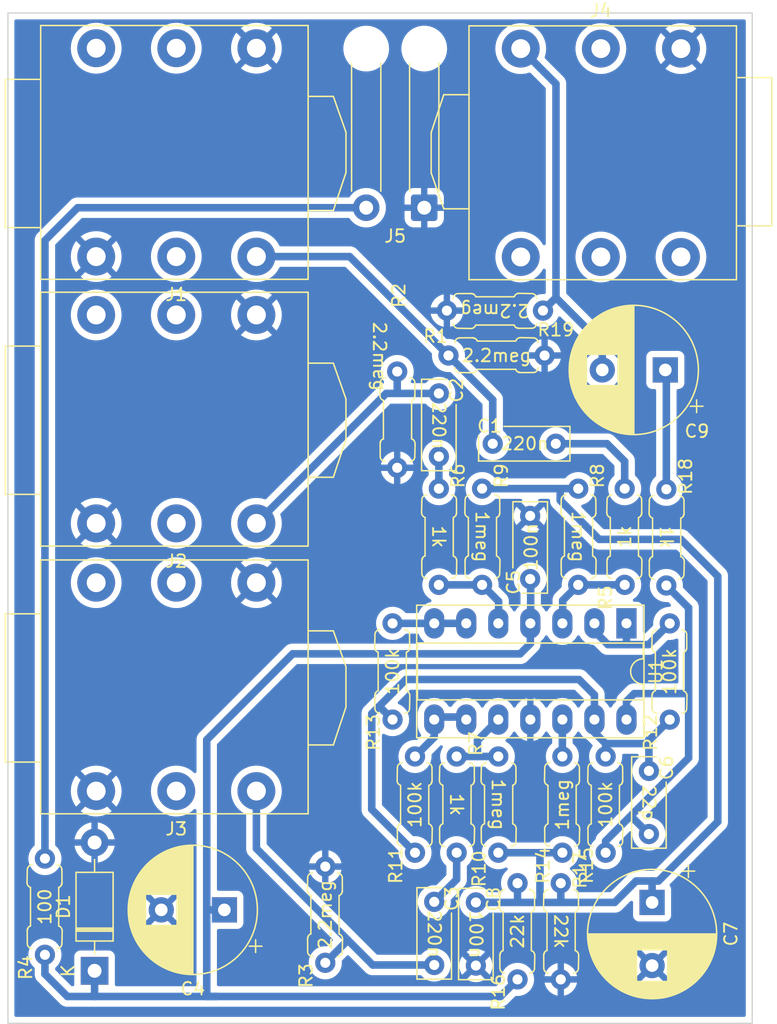
<source format=kicad_pcb>
(kicad_pcb (version 20211014) (generator pcbnew)
  (layers (0 "F.Cu" signal) (31 "B.Cu" signal) (34 "B.Paste" user) (35 "F.Paste" user) (36 "B.SilkS" user "B.Silkscreen") (37 "F.SilkS" user "F.Silkscreen") (38 "B.Mask" user) (39 "F.Mask" user) (44 "Edge.Cuts" user))
  (net 0 "")
  (net 1 "Net-(C1-Pad1)")
  (net 2 "Net-(C1-Pad2)")
  (net 3 "Net-(C2-Pad1)")
  (net 4 "Net-(C2-Pad2)")
  (net 5 "Net-(C3-Pad1)")
  (net 6 "Net-(C3-Pad2)")
  (net 7 "9V")
  (net 8 "GND")
  (net 9 "Net-(R11-Pad2)")
  (net 10 "Net-(R12-Pad2)")
  (net 11 "Net-(C6-Pad1)")
  (net 12 "Net-(C6-Pad2)")
  (net 13 "Net-(R13-Pad2)")
  (net 14 "Net-(R14-Pad2)")
  (net 15 "Net-(C9-Pad1)")
  (net 16 "Net-(C9-Pad2)")
  (net 17 "Net-(R4-Pad2)")
  (net 18 "+4.5V")
  (net 19 "Net-(R5-Pad1)")
  (net 20 "Net-(R6-Pad2)")
  (net 21 "Net-(R10-Pad1)")
  (footprint "PartsStash:R_Axial_DIN0207_L6.3mm_D2.5mm_P7.62mm_Horizontal" (layer "F.Cu") (at 105.156 156.21 90)
    (fp_text reference "R3" (at -1.016 -1.524 90) (layer "F.SilkS"))
    (fp_text value "2.2meg")
    (fp_text user "${VALUE}" (at 3.81 0 90 unlocked) (layer "F.SilkS"))
    (pad "1" thru_hole circle (at 0 0 90) (size 1.6 1.6) (drill 0.8) (layers *.Cu *.Mask) (net 6 "Net-(C3-Pad2)"))
    (pad "2" thru_hole oval (at 7.62 0 90) (size 1.6 1.6) (drill 0.8) (layers *.Cu *.Mask) (net 8 "GND"))
  )
  (footprint "PartsStash:R_Axial_DIN0207_L6.3mm_D2.5mm_P7.62mm_Horizontal" (layer "F.Cu") (at 110.857 109.392323 -90)
    (fp_text reference "R2" (at -6.0198 -0.127 90) (layer "F.SilkS"))
    (fp_text value "2.2meg")
    (fp_text user "${VALUE}" (at -1.1938 1.397 -90 unlocked) (layer "F.SilkS"))
    (pad "1" thru_hole circle (at 0 0 270) (size 1.6 1.6) (drill 0.8) (layers *.Cu *.Mask) (net 3 "Net-(C2-Pad1)"))
    (pad "2" thru_hole oval (at 7.62 0 270) (size 1.6 1.6) (drill 0.8) (layers *.Cu *.Mask) (net 8 "GND"))
  )
  (footprint "Diode_THT:D_DO-41_SOD81_P10.16mm_Horizontal" (layer "F.Cu") (at 86.868 156.845 90)
    (fp_text reference "D1" (at 5.08 -2.47 90) (layer "F.SilkS"))
    (fp_text value "1N4007")
    (fp_text user "K" (at 0 -2.1 90) (layer "F.SilkS"))
    (pad "1" thru_hole rect locked (at 0 0 90) (size 2.2 2.2) (drill 1.1) (layers *.Cu *.Mask) (net 7 "9V"))
    (pad "2" thru_hole oval locked (at 10.16 0 90) (size 2.2 2.2) (drill 1.1) (layers *.Cu *.Mask) (net 8 "GND"))
  )
  (footprint "PartsStash:R_Axial_DIN0207_L6.3mm_D2.5mm_P7.62mm_Horizontal" (layer "F.Cu") (at 132.193 118.714123 -90)
    (fp_text reference "R18" (at -1.016 -1.524 90) (layer "F.SilkS"))
    (fp_text value "1k")
    (fp_text user "${VALUE}" (at 3.81 0 -90 unlocked) (layer "F.SilkS"))
    (pad "1" thru_hole circle (at 0 0 270) (size 1.6 1.6) (drill 0.8) (layers *.Cu *.Mask) (net 15 "Net-(C9-Pad1)"))
    (pad "2" thru_hole oval (at 7.62 0 270) (size 1.6 1.6) (drill 0.8) (layers *.Cu *.Mask) (net 12 "Net-(C6-Pad2)"))
  )
  (footprint "PartsStash:R_Axial_DIN0207_L6.3mm_D2.5mm_P7.62mm_Horizontal" (layer "F.Cu") (at 115.57 139.872323 -90)
    (fp_text reference "R7" (at -1.016 -1.524 90) (layer "F.SilkS"))
    (fp_text value "1k")
    (fp_text user "${VALUE}" (at 3.81 0 -90 unlocked) (layer "F.SilkS"))
    (pad "1" thru_hole circle (at 0 0 270) (size 1.6 1.6) (drill 0.8) (layers *.Cu *.Mask) (net 21 "Net-(R10-Pad1)"))
    (pad "2" thru_hole oval (at 7.62 0 270) (size 1.6 1.6) (drill 0.8) (layers *.Cu *.Mask) (net 5 "Net-(C3-Pad1)"))
  )
  (footprint "PartsStash:R_Axial_DIN0207_L6.3mm_D2.5mm_P7.62mm_Horizontal" (layer "F.Cu") (at 120.396 157.525323 90)
    (fp_text reference "R16" (at -1.016 -1.524 90) (layer "F.SilkS"))
    (fp_text value "22k")
    (fp_text user "${VALUE}" (at 3.81 0 90 unlocked) (layer "F.SilkS"))
    (pad "1" thru_hole circle (at 0 0 90) (size 1.6 1.6) (drill 0.8) (layers *.Cu *.Mask) (net 7 "9V"))
    (pad "2" thru_hole oval (at 7.62 0 90) (size 1.6 1.6) (drill 0.8) (layers *.Cu *.Mask) (net 18 "+4.5V"))
  )
  (footprint "PartsStash:R_Axial_DIN0207_L6.3mm_D2.5mm_P7.62mm_Horizontal" (layer "F.Cu") (at 123.825 149.905323 -90)
    (fp_text reference "R17" (at -1.016 -1.524 90) (layer "F.SilkS"))
    (fp_text value "22k")
    (fp_text user "${VALUE}" (at 3.81 0 -90 unlocked) (layer "F.SilkS"))
    (pad "1" thru_hole circle (at 0 0 270) (size 1.6 1.6) (drill 0.8) (layers *.Cu *.Mask) (net 18 "+4.5V"))
    (pad "2" thru_hole oval (at 7.62 0 270) (size 1.6 1.6) (drill 0.8) (layers *.Cu *.Mask) (net 8 "GND"))
  )
  (footprint "PartsStash:C_Rect_L7.0mm_W2.5mm_P5.00mm" (layer "F.Cu") (at 117.094 151.429323 -90)
    (fp_text reference "C8" (at -0.254 -1.397 90) (layer "F.SilkS"))
    (fp_text value "100n")
    (fp_text user "${VALUE}" (at 2.54 0 -90 unlocked) (layer "F.SilkS"))
    (pad "1" thru_hole circle (at 0 0 270) (size 1.6 1.6) (drill 0.8) (layers *.Cu *.Mask) (net 18 "+4.5V"))
    (pad "2" thru_hole circle (at 5 0 270) (size 1.6 1.6) (drill 0.8) (layers *.Cu *.Mask) (net 8 "GND"))
  )
  (footprint "PartsStash:R_Axial_DIN0207_L6.3mm_D2.5mm_P7.62mm_Horizontal" (layer "F.Cu") (at 132.461 136.9568 90)
    (fp_text reference "R12" (at -1.016 -1.524 90) (layer "F.SilkS"))
    (fp_text value "100k")
    (fp_text user "${VALUE}" (at 3.81 0 90 unlocked) (layer "F.SilkS"))
    (pad "1" thru_hole circle (at 0 0 90) (size 1.6 1.6) (drill 0.8) (layers *.Cu *.Mask) (net 11 "Net-(C6-Pad1)"))
    (pad "2" thru_hole oval (at 7.62 0 90) (size 1.6 1.6) (drill 0.8) (layers *.Cu *.Mask) (net 10 "Net-(R12-Pad2)"))
  )
  (footprint "PartsStash:Jack_6.35mm_Rean_NYS215_Horizontal" (layer "F.Cu") (at 99.695 121.412 180)
    (fp_text reference "J2" (at 6.35 -3) (layer "F.SilkS"))
    (fp_text value "AudioJack3_Switch")
    (pad "R" thru_hole circle (at 6.35 0 180) (size 3 3) (drill 1.5) (layers *.Cu *.Mask))
    (pad "RN" thru_hole circle (at 6.35 16.5 180) (size 3 3) (drill 1.5) (layers *.Cu *.Mask))
    (pad "S" thru_hole circle (at 12.7 0 180) (size 3 3) (drill 1.5) (layers *.Cu *.Mask) (net 8 "GND"))
    (pad "SN" thru_hole circle (at 12.7 16.5 180) (size 3 3) (drill 1.5) (layers *.Cu *.Mask))
    (pad "T" thru_hole circle (at 0 0 180) (size 3 3) (drill 1.5) (layers *.Cu *.Mask) (net 3 "Net-(C2-Pad1)"))
    (pad "TN" thru_hole circle (at 0 16.5 180) (size 3 3) (drill 1.5) (layers *.Cu *.Mask) (net 8 "GND"))
  )
  (footprint "PartsStash:R_Axial_DIN0207_L6.3mm_D2.5mm_P7.62mm_Horizontal" (layer "F.Cu") (at 114.921 108.122323)
    (fp_text reference "R1" (at -1.016 -1.524) (layer "F.SilkS"))
    (fp_text value "2.2meg")
    (fp_text user "${VALUE}" (at 3.81 0 unlocked) (layer "F.SilkS"))
    (pad "1" thru_hole circle (at 0 0 90) (size 1.6 1.6) (drill 0.8) (layers *.Cu *.Mask) (net 1 "Net-(C1-Pad1)"))
    (pad "2" thru_hole oval (at 7.62 0) (size 1.6 1.6) (drill 0.8) (layers *.Cu *.Mask) (net 8 "GND"))
  )
  (footprint "PartsStash:R_Axial_DIN0207_L6.3mm_D2.5mm_P7.62mm_Horizontal" (layer "F.Cu") (at 127.381 147.492323 90)
    (fp_text reference "R15" (at -1.016 -1.524 90) (layer "F.SilkS"))
    (fp_text value "100k")
    (fp_text user "${VALUE}" (at 3.81 0 90 unlocked) (layer "F.SilkS"))
    (pad "1" thru_hole circle (at 0 0 90) (size 1.6 1.6) (drill 0.8) (layers *.Cu *.Mask) (net 12 "Net-(C6-Pad2)"))
    (pad "2" thru_hole oval (at 7.62 0 90) (size 1.6 1.6) (drill 0.8) (layers *.Cu *.Mask) (net 11 "Net-(C6-Pad1)"))
  )
  (footprint "PartsStash:R_Axial_DIN0207_L6.3mm_D2.5mm_P7.62mm_Horizontal" (layer "F.Cu") (at 110.49 136.951323 90)
    (fp_text reference "R13" (at -1.016 -1.524 90) (layer "F.SilkS"))
    (fp_text value "100k")
    (fp_text user "${VALUE}" (at 3.81 0 90 unlocked) (layer "F.SilkS"))
    (pad "1" thru_hole circle (at 0 0 90) (size 1.6 1.6) (drill 0.8) (layers *.Cu *.Mask) (net 11 "Net-(C6-Pad1)"))
    (pad "2" thru_hole oval (at 7.62 0 90) (size 1.6 1.6) (drill 0.8) (layers *.Cu *.Mask) (net 13 "Net-(R13-Pad2)"))
  )
  (footprint "Capacitor_THT:CP_Radial_D10.0mm_P5.00mm" (layer "F.Cu") (at 132.113 109.265323 180)
    (fp_text reference "C9" (at -2.5038 -4.853) (layer "F.SilkS"))
    (fp_text value "10uF")
    (pad "1" thru_hole rect locked (at 0 0 180) (size 2 2) (drill 1) (layers *.Cu *.Mask) (net 15 "Net-(C9-Pad1)"))
    (pad "2" thru_hole circle locked (at 5 0 180) (size 2 2) (drill 1) (layers *.Cu *.Mask) (net 16 "Net-(C9-Pad2)"))
  )
  (footprint "Connector_Wire:SolderWire-0.5sqmm_1x02_P4.6mm_D0.9mm_OD2.1mm_Relief" (layer "F.Cu") (at 113 96.42 180)
    (fp_text reference "J5" (at 2.3 -2.25) (layer "F.SilkS"))
    (fp_text value "Conn_01x02_Female")
    (pad "" np_thru_hole circle locked (at 4.6 12.6 180) (size 2.6 2.6) (drill 2.6) (layers *.Cu *.Mask))
    (pad "" np_thru_hole circle locked (at 0 12.6 180) (size 2.6 2.6) (drill 2.6) (layers *.Cu *.Mask))
    (pad "1" thru_hole roundrect locked (at 0 0 180) (size 2.1 2.1) (drill 1.1) (layers *.Cu *.Mask) (roundrect_rratio 0.119048) (net 8 "GND"))
    (pad "2" thru_hole circle locked (at 4.6 0 180) (size 2.1 2.1) (drill 1.1) (layers *.Cu *.Mask) (net 17 "Net-(R4-Pad2)"))
  )
  (footprint "PartsStash:Jack_6.35mm_Rean_NYS215_Horizontal" (layer "F.Cu") (at 99.695 142.611 180)
    (fp_text reference "J3" (at 6.35 -3) (layer "F.SilkS"))
    (fp_text value "AudioJack3_Switch")
    (pad "R" thru_hole circle (at 6.35 0 180) (size 3 3) (drill 1.5) (layers *.Cu *.Mask))
    (pad "RN" thru_hole circle (at 6.35 16.5 180) (size 3 3) (drill 1.5) (layers *.Cu *.Mask))
    (pad "S" thru_hole circle (at 12.7 0 180) (size 3 3) (drill 1.5) (layers *.Cu *.Mask) (net 8 "GND"))
    (pad "SN" thru_hole circle (at 12.7 16.5 180) (size 3 3) (drill 1.5) (layers *.Cu *.Mask))
    (pad "T" thru_hole circle (at 0 0 180) (size 3 3) (drill 1.5) (layers *.Cu *.Mask) (net 6 "Net-(C3-Pad2)"))
    (pad "TN" thru_hole circle (at 0 16.5 180) (size 3 3) (drill 1.5) (layers *.Cu *.Mask) (net 8 "GND"))
  )
  (footprint "PartsStash:R_Axial_DIN0207_L6.3mm_D2.5mm_P7.62mm_Horizontal" (layer "F.Cu") (at 112.268 147.492323 90)
    (fp_text reference "R11" (at -1.016 -1.524 90) (layer "F.SilkS"))
    (fp_text value "100k")
    (fp_text user "${VALUE}" (at 3.81 0 90 unlocked) (layer "F.SilkS"))
    (pad "1" thru_hole circle (at 0 0 90) (size 1.6 1.6) (drill 0.8) (layers *.Cu *.Mask) (net 11 "Net-(C6-Pad1)"))
    (pad "2" thru_hole oval (at 7.62 0 90) (size 1.6 1.6) (drill 0.8) (layers *.Cu *.Mask) (net 9 "Net-(R11-Pad2)"))
  )
  (footprint "PartsStash:C_Rect_L7.0mm_W2.5mm_P5.00mm" (layer "F.Cu") (at 118.43 115.107323)
    (fp_text reference "C1" (at -0.254 -1.397) (layer "F.SilkS"))
    (fp_text value "220n")
    (fp_text user "${VALUE}" (at 2.54 0 unlocked) (layer "F.SilkS"))
    (pad "1" thru_hole circle (at 0 0) (size 1.6 1.6) (drill 0.8) (layers *.Cu *.Mask) (net 1 "Net-(C1-Pad1)"))
    (pad "2" thru_hole circle (at 5 0) (size 1.6 1.6) (drill 0.8) (layers *.Cu *.Mask) (net 2 "Net-(C1-Pad2)"))
  )
  (footprint "PartsStash:R_Axial_DIN0207_L6.3mm_D2.5mm_P7.62mm_Horizontal" (layer "F.Cu") (at 125.208 118.663323 -90)
    (fp_text reference "R8" (at -1.016 -1.524 90) (layer "F.SilkS"))
    (fp_text value "1meg")
    (fp_text user "${VALUE}" (at 3.81 0 -90 unlocked) (layer "F.SilkS"))
    (pad "1" thru_hole circle (at 0 0 270) (size 1.6 1.6) (drill 0.8) (layers *.Cu *.Mask) (net 18 "+4.5V"))
    (pad "2" thru_hole oval (at 7.62 0 270) (size 1.6 1.6) (drill 0.8) (layers *.Cu *.Mask) (net 19 "Net-(R5-Pad1)"))
  )
  (footprint "PartsStash:C_Rect_L7.0mm_W2.5mm_P5.00mm" (layer "F.Cu") (at 113.792 151.382323 -90)
    (fp_text reference "C3" (at -0.254 -1.397 90) (layer "F.SilkS"))
    (fp_text value "220n")
    (fp_text user "${VALUE}" (at 2.54 0 -90 unlocked) (layer "F.SilkS"))
    (pad "1" thru_hole circle (at 0 0 270) (size 1.6 1.6) (drill 0.8) (layers *.Cu *.Mask) (net 5 "Net-(C3-Pad1)"))
    (pad "2" thru_hole circle (at 5 0 270) (size 1.6 1.6) (drill 0.8) (layers *.Cu *.Mask) (net 6 "Net-(C3-Pad2)"))
  )
  (footprint "PartsStash:R_Axial_DIN0207_L6.3mm_D2.5mm_P7.62mm_Horizontal" (layer "F.Cu") (at 128.891 126.283323 90)
    (fp_text reference "R5" (at -1.016 -1.524 90) (layer "F.SilkS"))
    (fp_text value "1k")
    (fp_text user "${VALUE}" (at 3.81 0 90 unlocked) (layer "F.SilkS"))
    (pad "1" thru_hole circle (at 0 0 90) (size 1.6 1.6) (drill 0.8) (layers *.Cu *.Mask) (net 19 "Net-(R5-Pad1)"))
    (pad "2" thru_hole oval (at 7.62 0 90) (size 1.6 1.6) (drill 0.8) (layers *.Cu *.Mask) (net 2 "Net-(C1-Pad2)"))
  )
  (footprint "Package_DIP:DIP-14_W7.62mm_Socket_LongPads" (layer "F.Cu") (at 129.032 129.331323 -90)
    (fp_text reference "U1" (at 3.81 -2.33 90) (layer "F.SilkS"))
    (fp_text value "TL074")
    (pad "1" thru_hole rect locked (at 0 0 270) (size 2.4 1.6) (drill 0.8) (layers *.Cu *.Mask) (net 10 "Net-(R12-Pad2)"))
    (pad "2" thru_hole oval locked (at 0 2.54 270) (size 2.4 1.6) (drill 0.8) (layers *.Cu *.Mask) (net 10 "Net-(R12-Pad2)"))
    (pad "3" thru_hole oval locked (at 0 5.08 270) (size 2.4 1.6) (drill 0.8) (layers *.Cu *.Mask) (net 19 "Net-(R5-Pad1)"))
    (pad "4" thru_hole oval locked (at 0 7.62 270) (size 2.4 1.6) (drill 0.8) (layers *.Cu *.Mask) (net 7 "9V"))
    (pad "5" thru_hole oval locked (at 0 10.16 270) (size 2.4 1.6) (drill 0.8) (layers *.Cu *.Mask) (net 20 "Net-(R6-Pad2)"))
    (pad "6" thru_hole oval locked (at 0 12.7 270) (size 2.4 1.6) (drill 0.8) (layers *.Cu *.Mask) (net 13 "Net-(R13-Pad2)"))
    (pad "7" thru_hole oval locked (at 0 15.24 270) (size 2.4 1.6) (drill 0.8) (layers *.Cu *.Mask) (net 13 "Net-(R13-Pad2)"))
    (pad "8" thru_hole oval locked (at 7.62 15.24 270) (size 2.4 1.6) (drill 0.8) (layers *.Cu *.Mask) (net 9 "Net-(R11-Pad2)"))
    (pad "9" thru_hole oval locked (at 7.62 12.7 270) (size 2.4 1.6) (drill 0.8) (layers *.Cu *.Mask) (net 9 "Net-(R11-Pad2)"))
    (pad "10" thru_hole oval locked (at 7.62 10.16 270) (size 2.4 1.6) (drill 0.8) (layers *.Cu *.Mask) (net 21 "Net-(R10-Pad1)"))
    (pad "11" thru_hole oval locked (at 7.62 7.62 270) (size 2.4 1.6) (drill 0.8) (layers *.Cu *.Mask) (net 8 "GND"))
    (pad "12" thru_hole oval locked (at 7.62 5.08 270) (size 2.4 1.6) (drill 0.8) (layers *.Cu *.Mask) (net 14 "Net-(R14-Pad2)"))
    (pad "13" thru_hole oval locked (at 7.62 2.54 270) (size 2.4 1.6) (drill 0.8) (layers *.Cu *.Mask) (net 11 "Net-(C6-Pad1)"))
    (pad "14" thru_hole oval locked (at 7.62 0 270) (size 2.4 1.6) (drill 0.8) (layers *.Cu *.Mask) (net 12 "Net-(C6-Pad2)"))
  )
  (footprint "PartsStash:R_Axial_DIN0207_L6.3mm_D2.5mm_P7.62mm_Horizontal" (layer "F.Cu") (at 82.931 155.575 90)
    (fp_text reference "R4" (at -1.016 -1.524 90) (layer "F.SilkS"))
    (fp_text value "100")
    (fp_text user "${VALUE}" (at 3.81 0 90 unlocked) (layer "F.SilkS"))
    (pad "1" thru_hole circle (at 0 0 90) (size 1.6 1.6) (drill 0.8) (layers *.Cu *.Mask) (net 7 "9V"))
    (pad "2" thru_hole oval (at 7.62 0 90) (size 1.6 1.6) (drill 0.8) (layers *.Cu *.Mask) (net 17 "Net-(R4-Pad2)"))
  )
  (footprint "PartsStash:C_Rect_L7.0mm_W2.5mm_P5.00mm" (layer "F.Cu") (at 114.159 111.123323 -90)
    (fp_text reference "C2" (at -0.254 -1.397 90) (layer "F.SilkS"))
    (fp_text value "220n")
    (fp_text user "${VALUE}" (at 2.54 0 -90 unlocked) (layer "F.SilkS"))
    (pad "1" thru_hole circle (at 0 0 270) (size 1.6 1.6) (drill 0.8) (layers *.Cu *.Mask) (net 3 "Net-(C2-Pad1)"))
    (pad "2" thru_hole circle (at 5 0 270) (size 1.6 1.6) (drill 0.8) (layers *.Cu *.Mask) (net 4 "Net-(C2-Pad2)"))
  )
  (footprint "PartsStash:C_Rect_L7.0mm_W2.5mm_P5.00mm" (layer "F.Cu") (at 130.81 141.015323 -90)
    (fp_text reference "C6" (at -0.254 -1.397 -270) (layer "F.SilkS"))
    (fp_text value "22p")
    (fp_text user "${VALUE}" (at 2.54 0 -90 unlocked) (layer "F.SilkS"))
    (pad "1" thru_hole circle (at 0 0 270) (size 1.6 1.6) (drill 0.8) (layers *.Cu *.Mask) (net 11 "Net-(C6-Pad1)"))
    (pad "2" thru_hole circle (at 5 0 270) (size 1.6 1.6) (drill 0.8) (layers *.Cu *.Mask) (net 12 "Net-(C6-Pad2)"))
  )
  (footprint "Capacitor_THT:CP_Radial_D10.0mm_P5.00mm" (layer "F.Cu") (at 97.155 152.019 180)
    (fp_text reference "C4" (at 2.5 -6.25) (layer "F.SilkS"))
    (fp_text value "100uF")
    (pad "1" thru_hole rect locked (at 0 0 180) (size 2 2) (drill 1) (layers *.Cu *.Mask) (net 7 "9V"))
    (pad "2" thru_hole circle locked (at 5 0 180) (size 2 2) (drill 1) (layers *.Cu *.Mask) (net 8 "GND"))
  )
  (footprint "PartsStash:R_Axial_DIN0207_L6.3mm_D2.5mm_P7.62mm_Horizontal" (layer "F.Cu") (at 118.872 139.872323 -90)
    (fp_text reference "R10" (at 8.89 1.524 90) (layer "F.SilkS"))
    (fp_text value "1meg")
    (fp_text user "${VALUE}" (at 3.81 0 -90 unlocked) (layer "F.SilkS"))
    (pad "1" thru_hole circle (at 0 0 270) (size 1.6 1.6) (drill 0.8) (layers *.Cu *.Mask) (net 21 "Net-(R10-Pad1)"))
    (pad "2" thru_hole oval (at 7.62 0 270) (size 1.6 1.6) (drill 0.8) (layers *.Cu *.Mask) (net 18 "+4.5V"))
  )
  (footprint "PartsStash:C_Rect_L7.0mm_W2.5mm_P5.00mm" (layer "F.Cu") (at 121.398 125.822323 90)
    (fp_text reference "C5" (at -0.254 -1.3216 90) (layer "F.SilkS"))
    (fp_text value "100n")
    (fp_text user "${VALUE}" (at 2.54 0.0754 90 unlocked) (layer "F.SilkS"))
    (pad "1" thru_hole circle (at 0 0 90) (size 1.6 1.6) (drill 0.8) (layers *.Cu *.Mask) (net 7 "9V"))
    (pad "2" thru_hole circle (at 5 0 90) (size 1.6 1.6) (drill 0.8) (layers *.Cu *.Mask) (net 8 "GND"))
  )
  (footprint "PartsStash:R_Axial_DIN0207_L6.3mm_D2.5mm_P7.62mm_Horizontal" (layer "F.Cu") (at 122.414 104.566323 180)
    (fp_text reference "R19" (at -1.016 -1.524) (layer "F.SilkS"))
    (fp_text value "2.2meg")
    (fp_text user "${VALUE}" (at 3.81 0 180 unlocked) (layer "F.SilkS"))
    (pad "1" thru_hole circle (at 0 0 180) (size 1.6 1.6) (drill 0.8) (layers *.Cu *.Mask) (net 16 "Net-(C9-Pad2)"))
    (pad "2" thru_hole oval (at 7.62 0 180) (size 1.6 1.6) (drill 0.8) (layers *.Cu *.Mask) (net 8 "GND"))
  )
  (footprint "PartsStash:Jack_6.35mm_Rean_NYS215_Horizontal" (layer "F.Cu") (at 99.695 100.29 180)
    (fp_text reference "J1" (at 6.35 -3) (layer "F.SilkS"))
    (fp_text value "AudioJack3_Switch")
    (pad "R" thru_hole circle (at 6.35 0 180) (size 3 3) (drill 1.5) (layers *.Cu *.Mask))
    (pad "RN" thru_hole circle (at 6.35 16.5 180) (size 3 3) (drill 1.5) (layers *.Cu *.Mask))
    (pad "S" thru_hole circle (at 12.7 0 180) (size 3 3) (drill 1.5) (layers *.Cu *.Mask) (net 8 "GND"))
    (pad "SN" thru_hole circle (at 12.7 16.5 180) (size 3 3) (drill 1.5) (layers *.Cu *.Mask))
    (pad "T" thru_hole circle (at 0 0 180) (size 3 3) (drill 1.5) (layers *.Cu *.Mask) (net 1 "Net-(C1-Pad1)"))
    (pad "TN" thru_hole circle (at 0 16.5 180) (size 3 3) (drill 1.5) (layers *.Cu *.Mask) (net 8 "GND"))
  )
  (footprint "PartsStash:R_Axial_DIN0207_L6.3mm_D2.5mm_P7.62mm_Horizontal" (layer "F.Cu") (at 117.588 118.663323 -90)
    (fp_text reference "R9" (at -1.016 -1.524 90) (layer "F.SilkS"))
    (fp_text value "1meg")
    (fp_text user "${VALUE}" (at 3.81 0 -90 unlocked) (layer "F.SilkS"))
    (pad "1" thru_hole circle (at 0 0 270) (size 1.6 1.6) (drill 0.8) (layers *.Cu *.Mask) (net 18 "+4.5V"))
    (pad "2" thru_hole oval (at 7.62 0 270) (size 1.6 1.6) (drill 0.8) (layers *.Cu *.Mask) (net 20 "Net-(R6-Pad2)"))
  )
  (footprint "PartsStash:R_Axial_DIN0207_L6.3mm_D2.5mm_P7.62mm_Horizontal" (layer "F.Cu") (at 123.952 147.492323 90)
    (fp_text reference "R14" (at -1.016 -1.524 90) (layer "F.SilkS"))
    (fp_text value "1meg")
    (fp_text user "${VALUE}" (at 3.81 0 90 unlocked) (layer "F.SilkS"))
    (pad "1" thru_hole circle (at 0 0 90) (size 1.6 1.6) (drill 0.8) (layers *.Cu *.Mask) (net 18 "+4.5V"))
    (pad "2" thru_hole oval (at 7.62 0 90) (size 1.6 1.6) (drill 0.8) (layers *.Cu *.Mask) (net 14 "Net-(R14-Pad2)"))
  )
  (footprint "PartsStash:Jack_6.35mm_Rean_NYS215_Horizontal" (layer "F.Cu") (at 120.65 83.82)
    (fp_text reference "J4" (at 6.35 -3) (layer "F.SilkS"))
    (fp_text value "AudioJack3_Switch")
    (pad "R" thru_hole circle (at 6.35 0) (size 3 3) (drill 1.5) (layers *.Cu *.Mask))
    (pad "RN" thru_hole circle (at 6.35 16.5) (size 3 3) (drill 1.5) (layers *.Cu *.Mask))
    (pad "S" thru_hole circle (at 12.7 0) (size 3 3) (drill 1.5) (layers *.Cu *.Mask) (net 8 "GND"))
    (pad "SN" thru_hole circle (at 12.7 16.5) (size 3 3) (drill 1.5) (layers *.Cu *.Mask))
    (pad "T" thru_hole circle (at 0 0) (size 3 3) (drill 1.5) (layers *.Cu *.Mask) (net 16 "Net-(C9-Pad2)"))
    (pad "TN" thru_hole circle (at 0 16.5) (size 3 3) (drill 1.5) (layers *.Cu *.Mask))
  )
  (footprint "PartsStash:R_Axial_DIN0207_L6.3mm_D2.5mm_P7.62mm_Horizontal" (layer "F.Cu") (at 114.159 118.663323 -90)
    (fp_text reference "R6" (at -1.016 -1.524 90) (layer "F.SilkS"))
    (fp_text value "1k")
    (fp_text user "${VALUE}" (at 3.81 0 -90 unlocked) (layer "F.SilkS"))
    (pad "1" thru_hole circle (at 0 0 270) (size 1.6 1.6) (drill 0.8) (layers *.Cu *.Mask) (net 4 "Net-(C2-Pad2)"))
    (pad "2" thru_hole oval (at 7.62 0 270) (size 1.6 1.6) (drill 0.8) (layers *.Cu *.Mask) (net 20 "Net-(R6-Pad2)"))
  )
  (footprint "Capacitor_THT:CP_Radial_D10.0mm_P5.00mm" (layer "F.Cu") (at 131.064 151.429323 -90)
    (fp_text reference "C7" (at 2.5 -6.25 90) (layer "F.SilkS"))
    (fp_text value "10uF")
    (pad "1" thru_hole rect locked (at 0 0 270) (size 2 2) (drill 1) (layers *.Cu *.Mask) (net 18 "+4.5V"))
    (pad "2" thru_hole circle locked (at 5 0 270) (size 2 2) (drill 1) (layers *.Cu *.Mask) (net 8 "GND"))
  )
  (gr_rect (start 79.999992 161.000008) (end 139 80.99999) (layer "Edge.Cuts") (width 0.1) (fill none))
  (segment (start 107.088677 100.29) (end 114.921 108.122323) (width 0.6) (layer "B.Cu") (net 1))
  (segment (start 99.695 100.29) (end 107.088677 100.29) (width 0.6) (layer "B.Cu") (net 1))
  (segment (start 118.43 115.107323) (end 118.43 111.631323) (width 0.6) (layer "B.Cu") (net 1))
  (segment (start 118.43 111.631323) (end 114.921 108.122323) (width 0.6) (layer "B.Cu") (net 1))
  (segment (start 128.891 118.663323) (end 128.891 116.504323) (width 0.6) (layer "B.Cu") (net 2))
  (segment (start 127.494 115.107323) (end 123.43 115.107323) (width 0.6) (layer "B.Cu") (net 2))
  (segment (start 128.891 116.504323) (end 127.494 115.107323) (width 0.6) (layer "B.Cu") (net 2))
  (segment (start 110.869323 111.123323) (end 109.983677 111.123323) (width 0.6) (layer "B.Cu") (net 3))
  (segment (start 110.857 109.392323) (end 110.857 111.111) (width 0.6) (layer "B.Cu") (net 3))
  (segment (start 110.869323 111.123323) (end 114.159 111.123323) (width 0.6) (layer "B.Cu") (net 3))
  (segment (start 109.983677 111.123323) (end 99.695 121.412) (width 0.6) (layer "B.Cu") (net 3))
  (segment (start 110.857 111.111) (end 110.869323 111.123323) (width 0.6) (layer "B.Cu") (net 3))
  (segment (start 114.159 118.663323) (end 114.159 116.123323) (width 0.6) (layer "B.Cu") (net 4))
  (segment (start 115.57 147.492323) (end 115.57 149.604323) (width 0.6) (layer "B.Cu") (net 5))
  (segment (start 115.57 149.604323) (end 113.792 151.382323) (width 0.6) (layer "B.Cu") (net 5))
  (segment (start 99.695 142.611) (end 99.695 147.16) (width 0.6) (layer "B.Cu") (net 6))
  (segment (start 108.917323 156.382323) (end 106.9505 154.4155) (width 0.6) (layer "B.Cu") (net 6))
  (segment (start 113.792 156.382323) (end 108.917323 156.382323) (width 0.6) (layer "B.Cu") (net 6))
  (segment (start 105.156 156.21) (end 106.9505 154.4155) (width 0.6) (layer "B.Cu") (net 6))
  (segment (start 99.695 147.16) (end 106.9505 154.4155) (width 0.6) (layer "B.Cu") (net 6))
  (segment (start 120.604677 131.744323) (end 102.570677 131.744323) (width 0.6) (layer "B.Cu") (net 7))
  (segment (start 95.885 152.019) (end 95.758 151.892) (width 0.6) (layer "B.Cu") (net 7))
  (segment (start 95.758 151.892) (end 95.758 158.877) (width 0.6) (layer "B.Cu") (net 7))
  (segment (start 121.438 129.128123) (end 121.438 125.862323) (width 0.6) (layer "B.Cu") (net 7))
  (segment (start 121.412 129.331323) (end 121.412 130.937) (width 0.6) (layer "B.Cu") (net 7))
  (segment (start 95.758 158.877) (end 96.52 158.877) (width 0.6) (layer "B.Cu") (net 7))
  (segment (start 97.155 152.019) (end 95.885 152.019) (width 0.6) (layer "B.Cu") (net 7))
  (segment (start 121.438 125.862323) (end 121.398 125.822323) (width 0.6) (layer "B.Cu") (net 7))
  (segment (start 86.868 156.845) (end 86.868 158.877) (width 0.6) (layer "B.Cu") (net 7))
  (segment (start 102.570677 131.744323) (end 95.758 138.557) (width 0.6) (layer "B.Cu") (net 7))
  (segment (start 86.868 158.877) (end 84.709 158.877) (width 0.6) (layer "B.Cu") (net 7))
  (segment (start 95.758 138.557) (end 95.758 151.892) (width 0.6) (layer "B.Cu") (net 7))
  (segment (start 119.044323 158.877) (end 96.52 158.877) (width 0.6) (layer "B.Cu") (net 7))
  (segment (start 121.412 130.937) (end 120.604677 131.744323) (width 0.6) (layer "B.Cu") (net 7))
  (segment (start 84.709 158.877) (end 82.931 157.099) (width 0.6) (layer "B.Cu") (net 7))
  (segment (start 120.396 157.525323) (end 119.044323 158.877) (width 0.6) (layer "B.Cu") (net 7))
  (segment (start 96.52 158.877) (end 86.868 158.877) (width 0.6) (layer "B.Cu") (net 7))
  (segment (start 82.931 157.099) (end 82.931 155.575) (width 0.6) (layer "B.Cu") (net 7))
  (segment (start 116.358 136.748123) (end 114.9858 136.748123) (width 0.6) (layer "B.Cu") (net 9))
  (segment (start 113.792 138.348323) (end 112.268 139.872323) (width 0.6) (layer "B.Cu") (net 9))
  (segment (start 113.792 136.951323) (end 113.792 138.348323) (width 0.6) (layer "B.Cu") (net 9))
  (segment (start 114.9858 136.748123) (end 113.818 136.748123) (width 0.6) (layer "B.Cu") (net 9))
  (segment (start 126.492 129.9464) (end 127.5588 131.0132) (width 0.6) (layer "B.Cu") (net 10))
  (segment (start 130.7846 131.0132) (end 132.461 129.3368) (width 0.6) (layer "B.Cu") (net 10))
  (segment (start 127.5588 131.0132) (end 129.032 131.0132) (width 0.6) (layer "B.Cu") (net 10))
  (segment (start 129.032 129.331323) (end 129.032 131.0132) (width 0.6) (layer "B.Cu") (net 10))
  (segment (start 126.492 129.331323) (end 126.492 129.9464) (width 0.6) (layer "B.Cu") (net 10))
  (segment (start 129.032 131.0132) (end 130.7846 131.0132) (width 0.6) (layer "B.Cu") (net 10))
  (segment (start 126.492 136.951323) (end 126.492 135.001) (width 0.6) (layer "B.Cu") (net 11))
  (segment (start 127.38648 138.850843) (end 127.381 138.856323) (width 0.6) (layer "B.Cu") (net 11))
  (segment (start 130.891677 138.526123) (end 132.461 136.9568) (width 0.6) (layer "B.Cu") (net 11))
  (segment (start 110.49 136.951323) (end 109.45358 135.914903) (width 0.6) (layer "B.Cu") (net 11))
  (segment (start 126.492 136.951323) (end 126.492 137.713323) (width 0.6) (layer "B.Cu") (net 11))
  (segment (start 126.492 137.967323) (end 126.492 136.951323) (width 0.6) (layer "B.Cu") (net 11))
  (segment (start 130.81 138.983323) (end 130.67752 138.850843) (width 0.6) (layer "B.Cu") (net 11))
  (segment (start 127.381 138.856323) (end 126.492 137.967323) (width 0.6) (layer "B.Cu") (net 11))
  (segment (start 109.45358 135.86958) (end 108.839 136.484161) (width 0.6) (layer "B.Cu") (net 11))
  (segment (start 108.839 144.063323) (end 112.268 147.492323) (width 0.6) (layer "B.Cu") (net 11))
  (segment (start 125.267323 133.776323) (end 111.546838 133.776323) (width 0.6) (layer "B.Cu") (net 11))
  (segment (start 127.381 139.872323) (end 127.381 138.856323) (width 0.6) (layer "B.Cu") (net 11))
  (segment (start 130.81 138.526123) (end 130.891677 138.526123) (width 0.6) (layer "B.Cu") (net 11))
  (segment (start 130.81 141.015323) (end 130.81 138.983323) (width 0.6) (layer "B.Cu") (net 11))
  (segment (start 111.546838 133.776323) (end 109.45358 135.86958) (width 0.6) (layer "B.Cu") (net 11))
  (segment (start 108.839 136.484161) (end 108.839 144.063323) (width 0.6) (layer "B.Cu") (net 11))
  (segment (start 109.45358 135.914903) (end 109.45358 135.86958) (width 0.6) (layer "B.Cu") (net 11))
  (segment (start 126.492 135.001) (end 125.267323 133.776323) (width 0.6) (layer "B.Cu") (net 11))
  (segment (start 130.81 138.983323) (end 130.81 138.526123) (width 0.6) (layer "B.Cu") (net 11))
  (segment (start 130.67752 138.850843) (end 127.38648 138.850843) (width 0.6) (layer "B.Cu") (net 11))
  (segment (start 132.193 126.334123) (end 133.960511 128.101634) (width 0.6) (layer "B.Cu") (net 12))
  (segment (start 130.81 146.015323) (end 129.479976 144.685299) (width 0.6) (layer "B.Cu") (net 12))
  (segment (start 127.381 146.564953) (end 127.381 147.492323) (width 0.6) (layer "B.Cu") (net 12))
  (segment (start 133.960511 128.101634) (end 133.960511 134.894834) (width 0.6) (layer "B.Cu") (net 12))
  (segment (start 129.032 135.509) (end 129.646166 134.894834) (width 0.6) (layer "B.Cu") (net 12))
  (segment (start 129.479976 144.465976) (end 127.381 146.564953) (width 0.6) (layer "B.Cu") (net 12))
  (segment (start 133.960511 134.894834) (end 133.960511 139.985442) (width 0.6) (layer "B.Cu") (net 12))
  (segment (start 133.960511 139.985442) (end 129.479976 144.465976) (width 0.6) (layer "B.Cu") (net 12))
  (segment (start 129.032 136.951323) (end 129.032 135.509) (width 0.6) (layer "B.Cu") (net 12))
  (segment (start 129.646166 134.894834) (end 133.960511 134.894834) (width 0.6) (layer "B.Cu") (net 12))
  (segment (start 129.479976 144.685299) (end 129.479976 144.465976) (width 0.6) (layer "B.Cu") (net 12))
  (segment (start 110.49 129.331323) (end 113.792 129.331323) (width 0.6) (layer "B.Cu") (net 13))
  (segment (start 113.792 129.331323) (end 116.332 129.331323) (width 0.6) (layer "B.Cu") (net 13))
  (segment (start 123.952 139.872323) (end 123.952 136.951323) (width 0.6) (layer "B.Cu") (net 14))
  (segment (start 132.193 118.714123) (end 132.193 109.345323) (width 0.6) (layer "B.Cu") (net 15))
  (segment (start 132.193 109.345323) (end 132.113 109.265323) (width 0.6) (layer "B.Cu") (net 15))
  (segment (start 123.444 86.614) (end 123.444 103.550323) (width 0.6) (layer "B.Cu") (net 16))
  (segment (start 127.127 107.233323) (end 127.113 107.247323) (width 0.6) (layer "B.Cu") (net 16))
  (segment (start 122.414 104.566323) (end 123.43 103.550323) (width 0.6) (layer "B.Cu") (net 16))
  (segment (start 123.43 103.550323) (end 123.444 103.550323) (width 0.6) (layer "B.Cu") (net 16))
  (segment (start 123.444 103.550323) (end 127.127 107.233323) (width 0.6) (layer "B.Cu") (net 16))
  (segment (start 127.113 107.247323) (end 127.113 109.265323) (width 0.6) (layer "B.Cu") (net 16))
  (segment (start 120.65 83.82) (end 123.444 86.614) (width 0.6) (layer "B.Cu") (net 16))
  (segment (start 85.51971 96.42) (end 108.4 96.42) (width 0.6) (layer "B.Cu") (net 17))
  (segment (start 82.931 147.955) (end 82.931 99.00871) (width 0.6) (layer "B.Cu") (net 17))
  (segment (start 82.931 99.00871) (end 85.51971 96.42) (width 0.6) (layer "B.Cu") (net 17))
  (segment (start 129.794 149.733) (end 131.064 149.733) (width 0.6) (layer "B.Cu") (net 18))
  (segment (start 133.35 122.682) (end 126.873 122.682) (width 0.6) (layer "B.Cu") (net 18))
  (segment (start 131.064 149.733) (end 131.572 149.733) (width 0.6) (layer "B.Cu") (net 18))
  (segment (start 136.271 145.034) (end 136.271 125.603) (width 0.6) (layer "B.Cu") (net 18))
  (segment (start 122.001677 151.429323) (end 123.997323 151.429323) (width 0.6) (layer "B.Cu") (net 18))
  (segment (start 123.779677 118.663323) (end 125.208 118.663323) (width 0.6) (layer "B.Cu") (net 18))
  (segment (start 123.779677 119.588677) (end 123.779677 118.663323) (width 0.6) (layer "B.Cu") (net 18))
  (segment (start 123.825 149.905323) (end 123.825 151.257) (width 0.6) (layer "B.Cu") (net 18))
  (segment (start 122.174 151.257) (end 122.001677 151.429323) (width 0.6) (layer "B.Cu") (net 18))
  (segment (start 131.064 151.429323) (end 131.064 149.733) (width 0.6) (layer "B.Cu") (net 18))
  (segment (start 131.572 149.733) (end 136.271 145.034) (width 0.6) (layer "B.Cu") (net 18))
  (segment (start 122.174 147.492323) (end 123.952 147.492323) (width 0.6) (layer "B.Cu") (net 18))
  (segment (start 123.825 151.257) (end 123.997323 151.429323) (width 0.6) (layer "B.Cu") (net 18))
  (segment (start 128.097677 151.429323) (end 129.794 149.733) (width 0.6) (layer "B.Cu") (net 18))
  (segment (start 136.271 125.603) (end 133.35 122.682) (width 0.6) (layer "B.Cu") (net 18))
  (segment (start 123.997323 151.429323) (end 128.097677 151.429323) (width 0.6) (layer "B.Cu") (net 18))
  (segment (start 120.396 151.429323) (end 122.001677 151.429323) (width 0.6) (layer "B.Cu") (net 18))
  (segment (start 117.588 118.663323) (end 123.779677 118.663323) (width 0.6) (layer "B.Cu") (net 18))
  (segment (start 120.396 151.429323) (end 120.396 149.905323) (width 0.6) (layer "B.Cu") (net 18))
  (segment (start 122.174 147.492323) (end 122.174 151.257) (width 0.6) (layer "B.Cu") (net 18))
  (segment (start 118.872 147.492323) (end 122.174 147.492323) (width 0.6) (layer "B.Cu") (net 18))
  (segment (start 117.094 151.429323) (end 120.396 151.429323) (width 0.6) (layer "B.Cu") (net 18))
  (segment (start 126.873 122.682) (end 123.779677 119.588677) (width 0.6) (layer "B.Cu") (net 18))
  (segment (start 123.978 129.128123) (end 123.978 127.513323) (width 0.6) (layer "B.Cu") (net 19))
  (segment (start 123.978 127.513323) (end 125.208 126.283323) (width 0.6) (layer "B.Cu") (net 19))
  (segment (start 125.208 126.283323) (end 128.891 126.283323) (width 0.6) (layer "B.Cu") (net 19))
  (segment (start 118.898 129.128123) (end 118.898 127.593323) (width 0.6) (layer "B.Cu") (net 20))
  (segment (start 114.159 126.283323) (end 117.588 126.283323) (width 0.6) (layer "B.Cu") (net 20))
  (segment (start 118.898 127.593323) (end 117.588 126.283323) (width 0.6) (layer "B.Cu") (net 20))
  (segment (start 117.221 138.602323) (end 117.221 139.872323) (width 0.6) (layer "B.Cu") (net 21))
  (segment (start 117.221 139.872323) (end 118.872 139.872323) (width 0.6) (layer "B.Cu") (net 21))
  (segment (start 115.57 139.872323) (end 117.221 139.872323) (width 0.6) (layer "B.Cu") (net 21))
  (segment (start 118.872 136.951323) (end 117.221 138.602323) (width 0.6) (layer "B.Cu") (net 21))
  (zone (net 8) (net_name "GND") (layer "B.Cu") (connect_pads (clearance 0.508)) (min_thickness 0.254) (fill yes (thermal_gap 0.508) (thermal_bridge_width 0.508))
    (polygon (pts (xy 139.065 161.036) (xy 80 161) (xy 80 81) (xy 139.065 81.026)))
  )
)
</source>
